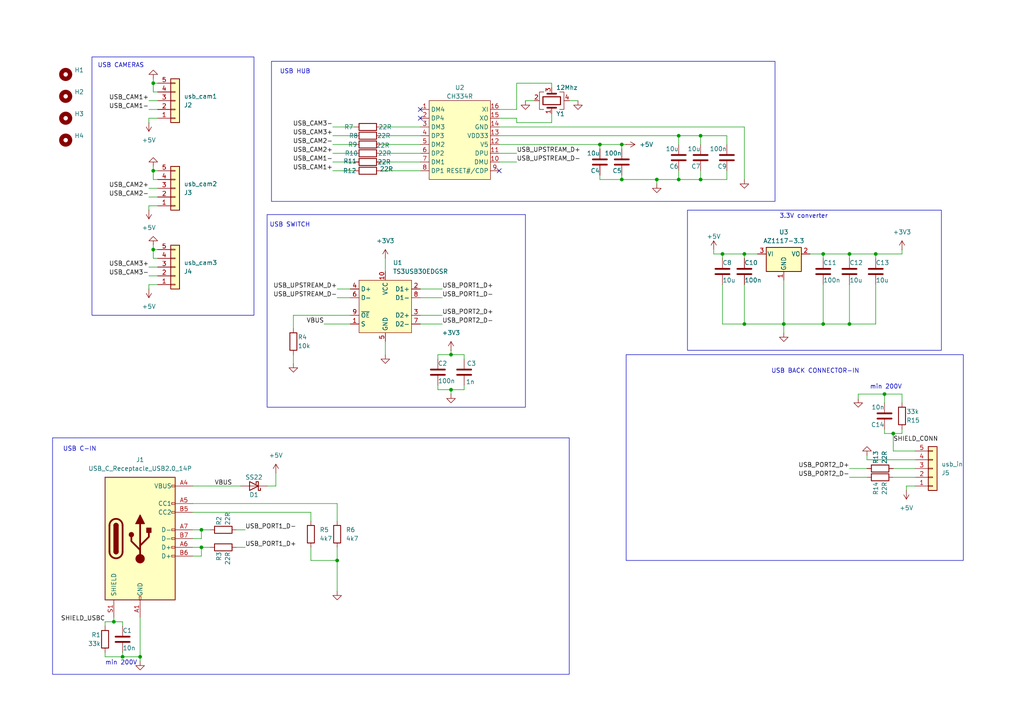
<source format=kicad_sch>
(kicad_sch (version 20231120) (generator "eeschema") (generator_version "8.0")
  (paper "A4")
  (lib_symbols
    (symbol "Connector:USB_C_Receptacle_USB2.0_14P" (pin_names (offset 1.016))
      (property "Reference" "J" (at 0 22.225 0))
      (property "Value" "USB_C_Receptacle_USB2.0_14P" (at 0 19.685 0))
      (symbol "USB_C_Receptacle_USB2.0_14P_0_0"
        (rectangle (start -0.254 -17.78) (end 0.254 -16.764))
        (rectangle (start 10.16 -4.826) (end 9.144 -5.334))
        (rectangle (start 10.16 -2.286) (end 9.144 -2.794))
        (rectangle (start 10.16 0.254) (end 9.144 -0.254))
        (rectangle (start 10.16 2.794) (end 9.144 2.286))
        (rectangle (start 10.16 7.874) (end 9.144 7.366))
        (rectangle (start 10.16 10.414) (end 9.144 9.906))
        (rectangle (start 10.16 15.494) (end 9.144 14.986))
      )
      (symbol "USB_C_Receptacle_USB2.0_14P_0_1"
        (rectangle (start -10.16 17.78) (end 10.16 -17.78) (stroke (width 0.254)) (fill (type background)))
        (arc (start -8.89 -3.81) (mid -6.985 -5.7067) (end -5.08 -3.81) (stroke (width 0.508)))
        (arc (start -7.62 -3.81) (mid -6.985 -4.4423) (end -6.35 -3.81) (stroke (width 0.254)))
        (arc (start -7.62 -3.81) (mid -6.985 -4.4423) (end -6.35 -3.81) (stroke (width 0.254)) (fill (type outline)))
        (rectangle (start -7.62 -3.81) (end -6.35 3.81) (stroke (width 0.254)) (fill (type outline)))
        (arc (start -6.35 3.81) (mid -6.985 4.4423) (end -7.62 3.81) (stroke (width 0.254)))
        (arc (start -6.35 3.81) (mid -6.985 4.4423) (end -7.62 3.81) (stroke (width 0.254)) (fill (type outline)))
        (arc (start -5.08 3.81) (mid -6.985 5.7067) (end -8.89 3.81) (stroke (width 0.508)))
        (circle (center -2.54 1.143) (radius 0.635) (stroke (width 0.254)) (fill (type outline)))
        (circle (center 0 -5.842) (radius 1.27) (fill (type outline)))
        (polyline (pts (xy -8.89 -3.81) (xy -8.89 3.81)) (stroke (width 0.508)))
        (polyline (pts (xy -5.08 3.81) (xy -5.08 -3.81)) (stroke (width 0.508)))
        (polyline (pts (xy 0 -5.842) (xy 0 4.318)) (stroke (width 0.508)))
        (polyline (pts (xy 0 -3.302) (xy -2.54 -0.762) (xy -2.54 0.508)) (stroke (width 0.508)))
        (polyline (pts (xy 0 -2.032) (xy 2.54 0.508) (xy 2.54 1.778)) (stroke (width 0.508)))
        (polyline (pts (xy -1.27 4.318) (xy 0 6.858) (xy 1.27 4.318) (xy -1.27 4.318)) (stroke (width 0.254)) (fill (type outline)))
        (rectangle (start 1.905 1.778) (end 3.175 3.048) (stroke (width 0.254)) (fill (type outline)))
      )
      (symbol "USB_C_Receptacle_USB2.0_14P_1_1"
        (pin passive line (at 0 -22.86 90) (length 5.08) (name "GND") (number "A1"))
        (pin passive line (at 0 -22.86 90) (length 5.08) hide (name "GND") (number "A12"))
        (pin passive line (at 15.24 15.24 180) (length 5.08) (name "VBUS") (number "A4"))
        (pin bidirectional line (at 15.24 10.16 180) (length 5.08) (name "CC1") (number "A5"))
        (pin bidirectional line (at 15.24 -2.54 180) (length 5.08) (name "D+") (number "A6"))
        (pin bidirectional line (at 15.24 2.54 180) (length 5.08) (name "D-") (number "A7"))
        (pin passive line (at 15.24 15.24 180) (length 5.08) hide (name "VBUS") (number "A9"))
        (pin passive line (at 0 -22.86 90) (length 5.08) hide (name "GND") (number "B1"))
        (pin passive line (at 0 -22.86 90) (length 5.08) hide (name "GND") (number "B12"))
        (pin passive line (at 15.24 15.24 180) (length 5.08) hide (name "VBUS") (number "B4"))
        (pin bidirectional line (at 15.24 7.62 180) (length 5.08) (name "CC2") (number "B5"))
        (pin bidirectional line (at 15.24 -5.08 180) (length 5.08) (name "D+") (number "B6"))
        (pin bidirectional line (at 15.24 0 180) (length 5.08) (name "D-") (number "B7"))
        (pin passive line (at 15.24 15.24 180) (length 5.08) hide (name "VBUS") (number "B9"))
        (pin passive line (at -7.62 -22.86 90) (length 5.08) (name "SHIELD") (number "S1"))
      )
    )
    (symbol "Connector_Generic:Conn_01x05" (pin_names (offset 1.016) hide)
      (property "Reference" "J" (at 0 7.62 0))
      (property "Value" "Conn_01x05" (at 0 -7.62 0))
      (symbol "Conn_01x05_1_1"
        (rectangle (start -1.27 -4.953) (end 0 -5.207) (stroke (width 0.1524)))
        (rectangle (start -1.27 -2.413) (end 0 -2.667) (stroke (width 0.1524)))
        (rectangle (start -1.27 0.127) (end 0 -0.127) (stroke (width 0.1524)))
        (rectangle (start -1.27 2.667) (end 0 2.413) (stroke (width 0.1524)))
        (rectangle (start -1.27 5.207) (end 0 4.953) (stroke (width 0.1524)))
        (rectangle (start -1.27 6.35) (end 1.27 -6.35) (stroke (width 0.254)) (fill (type background)))
        (pin passive line (at -5.08 5.08 0) (length 3.81) (name "Pin_1") (number "1"))
        (pin passive line (at -5.08 2.54 0) (length 3.81) (name "Pin_2") (number "2"))
        (pin passive line (at -5.08 0 0) (length 3.81) (name "Pin_3") (number "3"))
        (pin passive line (at -5.08 -2.54 0) (length 3.81) (name "Pin_4") (number "4"))
        (pin passive line (at -5.08 -5.08 0) (length 3.81) (name "Pin_5") (number "5"))
      )
    )
    (symbol "Device:C" (pin_numbers hide) (pin_names (offset 0.254))
      (property "Reference" "C" (at 0.635 2.54 0))
      (property "Value" "C" (at 0.635 -2.54 0))
      (symbol "C_0_1"
        (polyline (pts (xy -2.032 -0.762) (xy 2.032 -0.762)) (stroke (width 0.508)))
        (polyline (pts (xy -2.032 0.762) (xy 2.032 0.762)) (stroke (width 0.508)))
      )
      (symbol "C_1_1"
        (pin passive line (at 0 3.81 270) (length 2.794) (name "~") (number "1"))
        (pin passive line (at 0 -3.81 90) (length 2.794) (name "~") (number "2"))
      )
    )
    (symbol "Device:Crystal_GND24" (pin_names (offset 1.016) hide)
      (property "Reference" "Y" (at 3.175 5.08 0))
      (property "Value" "Crystal_GND24" (at 3.175 3.175 0))
      (symbol "Crystal_GND24_0_1"
        (rectangle (start -1.143 2.54) (end 1.143 -2.54) (stroke (width 0.3048)))
        (polyline (pts (xy -2.54 0) (xy -2.032 0)))
        (polyline (pts (xy -2.032 -1.27) (xy -2.032 1.27)) (stroke (width 0.508)))
        (polyline (pts (xy 0 -3.81) (xy 0 -3.556)))
        (polyline (pts (xy 0 3.556) (xy 0 3.81)))
        (polyline (pts (xy 2.032 -1.27) (xy 2.032 1.27)) (stroke (width 0.508)))
        (polyline (pts (xy 2.032 0) (xy 2.54 0)))
        (polyline (pts (xy -2.54 -2.286) (xy -2.54 -3.556) (xy 2.54 -3.556) (xy 2.54 -2.286)))
        (polyline (pts (xy -2.54 2.286) (xy -2.54 3.556) (xy 2.54 3.556) (xy 2.54 2.286)))
      )
      (symbol "Crystal_GND24_1_1"
        (pin passive line (at -3.81 0 0) (length 1.27) (name "1") (number "1"))
        (pin passive line (at 0 5.08 270) (length 1.27) (name "2") (number "2"))
        (pin passive line (at 3.81 0 180) (length 1.27) (name "3") (number "3"))
        (pin passive line (at 0 -5.08 90) (length 1.27) (name "4") (number "4"))
      )
    )
    (symbol "Device:D_Schottky" (pin_numbers hide) (pin_names (offset 1.016) hide)
      (property "Reference" "D" (at 0 2.54 0))
      (property "Value" "D_Schottky" (at 0 -2.54 0))
      (symbol "D_Schottky_0_1"
        (polyline (pts (xy 1.27 0) (xy -1.27 0)))
        (polyline (pts (xy 1.27 1.27) (xy 1.27 -1.27) (xy -1.27 0) (xy 1.27 1.27)) (stroke (width 0.254)))
        (polyline (pts (xy -1.905 0.635) (xy -1.905 1.27) (xy -1.27 1.27) (xy -1.27 -1.27) (xy -0.635 -1.27) (xy -0.635 -0.635)) (stroke (width 0.254)))
      )
      (symbol "D_Schottky_1_1"
        (pin passive line (at -3.81 0 0) (length 2.54) (name "K") (number "1"))
        (pin passive line (at 3.81 0 180) (length 2.54) (name "A") (number "2"))
      )
    )
    (symbol "Device:R" (pin_numbers hide) (pin_names (offset 0))
      (property "Reference" "R" (at 2.032 0 90))
      (property "Value" "R" (at 0 0 90))
      (symbol "R_0_1"
        (rectangle (start -1.016 -2.54) (end 1.016 2.54) (stroke (width 0.254)))
      )
      (symbol "R_1_1"
        (pin passive line (at 0 3.81 270) (length 1.27) (name "~") (number "1"))
        (pin passive line (at 0 -3.81 90) (length 1.27) (name "~") (number "2"))
      )
    )
    (symbol "Interface_USB:TS3USB30EDGSR"
      (property "Reference" "U" (at -6.35 8.89 0))
      (property "Value" "TS3USB30EDGSR" (at 8.89 8.89 0))
      (symbol "TS3USB30EDGSR_1_1"
        (rectangle (start -7.62 7.62) (end 7.62 -7.62) (fill (type background)))
        (pin input line (at -10.16 -5.08 0) (length 2.54) (name "S") (number "1"))
        (pin power_in line (at 0 10.16 270) (length 2.54) (name "VCC") (number "10"))
        (pin bidirectional line (at 10.16 5.08 180) (length 2.54) (name "D1+") (number "2"))
        (pin bidirectional line (at 10.16 -2.54 180) (length 2.54) (name "D2+") (number "3"))
        (pin bidirectional line (at -10.16 5.08 0) (length 2.54) (name "D+") (number "4"))
        (pin power_in line (at 0 -10.16 90) (length 2.54) (name "GND") (number "5"))
        (pin bidirectional line (at -10.16 2.54 0) (length 2.54) (name "D-") (number "6"))
        (pin bidirectional line (at 10.16 -5.08 180) (length 2.54) (name "D2-") (number "7"))
        (pin bidirectional line (at 10.16 2.54 180) (length 2.54) (name "D1-") (number "8"))
        (pin input line (at -10.16 -2.54 0) (length 2.54) (name "~{OE}") (number "9"))
      )
    )
    (symbol "Mechanical:MountingHole" (pin_names (offset 1.016)) (exclude_from_sim yes) (in_bom no)
      (property "Reference" "H" (at 0 5.08 0))
      (property "Value" "MountingHole" (at 0 3.175 0))
      (symbol "MountingHole_0_1"
        (circle (center 0 0) (radius 1.27) (stroke (width 1.27)))
      )
    )
    (symbol "Regulator_Linear:AMS1117-3.3" (pin_names (offset 0.254))
      (property "Reference" "U" (at -3.81 3.175 0))
      (property "Value" "AMS1117-3.3" (at 0 3.175 0))
      (symbol "AMS1117-3.3_0_1"
        (rectangle (start -5.08 -5.08) (end 5.08 1.905) (stroke (width 0.254)) (fill (type background)))
      )
      (symbol "AMS1117-3.3_1_1"
        (pin power_in line (at 0 -7.62 90) (length 2.54) (name "GND") (number "1"))
        (pin power_out line (at 7.62 0 180) (length 2.54) (name "VO") (number "2"))
        (pin power_in line (at -7.62 0 0) (length 2.54) (name "VI") (number "3"))
      )
    )
    (symbol "WCH_USB:CH334R"
      (property "Reference" "U" (at 0 3.81 0))
      (property "Value" "CH334R" (at 0 1.27 0))
      (symbol "CH334R_0_1"
        (rectangle (start -8.89 0) (end 8.89 -22.86) (stroke (width 0.1524)) (fill (type background)))
      )
      (symbol "CH334R_1_1"
        (pin bidirectional line (at -11.43 -2.54 0) (length 2.54) (name "DM4") (number "1"))
        (pin bidirectional line (at 11.43 -17.78 180) (length 2.54) (name "DMU") (number "10"))
        (pin bidirectional line (at 11.43 -15.24 180) (length 2.54) (name "DPU") (number "11"))
        (pin power_in line (at 11.43 -12.7 180) (length 2.54) (name "V5") (number "12"))
        (pin power_out line (at 11.43 -10.16 180) (length 2.54) (name "VDD33") (number "13"))
        (pin power_in line (at 11.43 -7.62 180) (length 2.54) (name "GND") (number "14"))
        (pin bidirectional line (at 11.43 -5.08 180) (length 2.54) (name "XO") (number "15"))
        (pin bidirectional line (at 11.43 -2.54 180) (length 2.54) (name "XI") (number "16"))
        (pin bidirectional line (at -11.43 -5.08 0) (length 2.54) (name "DP4") (number "2"))
        (pin bidirectional line (at -11.43 -7.62 0) (length 2.54) (name "DM3") (number "3"))
        (pin bidirectional line (at -11.43 -10.16 0) (length 2.54) (name "DP3") (number "4"))
        (pin bidirectional line (at -11.43 -12.7 0) (length 2.54) (name "DM2") (number "5"))
        (pin bidirectional line (at -11.43 -15.24 0) (length 2.54) (name "DP2") (number "6"))
        (pin bidirectional line (at -11.43 -17.78 0) (length 2.54) (name "DM1") (number "7"))
        (pin bidirectional line (at -11.43 -20.32 0) (length 2.54) (name "DP1") (number "8"))
        (pin bidirectional line (at 11.43 -20.32 180) (length 2.54) (name "RESET#/CDP") (number "9"))
      )
    )
    (symbol "power:+3V3" (power) (pin_numbers hide) (pin_names (offset 0) hide)
      (property "Value" "+3V3" (at 0 3.556 0))
      (symbol "+3V3_0_1"
        (polyline (pts (xy -0.762 1.27) (xy 0 2.54)))
        (polyline (pts (xy 0 0) (xy 0 2.54)))
        (polyline (pts (xy 0 2.54) (xy 0.762 1.27)))
      )
      (symbol "+3V3_1_1"
        (pin power_in line (at 0 0 90) (length 0) (name "~") (number "1"))
      )
    )
    (symbol "power:+5V" (power) (pin_numbers hide) (pin_names (offset 0) hide)
      (property "Value" "+5V" (at 0 3.556 0))
      (symbol "+5V_0_1"
        (polyline (pts (xy -0.762 1.27) (xy 0 2.54)))
        (polyline (pts (xy 0 0) (xy 0 2.54)))
        (polyline (pts (xy 0 2.54) (xy 0.762 1.27)))
      )
      (symbol "+5V_1_1"
        (pin power_in line (at 0 0 90) (length 0) (name "~") (number "1"))
      )
    )
    (symbol "power:GND" (power) (pin_names (offset 0))
      (property "Value" "GND" (at 0 -3.81 0))
      (symbol "GND_0_1"
        (polyline (pts (xy 0 0) (xy 0 -1.27) (xy 1.27 -1.27) (xy 0 -2.54) (xy -1.27 -1.27) (xy 0 -1.27)))
      )
      (symbol "GND_1_1"
        (pin power_in line (at 0 0 270) (length 0) hide (name "GND") (number "1"))
      )
    )
  )
  (junction (at 215.9 73.66))
  (junction (at 209.55 73.66))
  (junction (at 256.54 114.3))
  (junction (at 238.76 73.66))
  (junction (at 203.2 52.07))
  (junction (at 227.33 93.98))
  (junction (at 33.02 180.34))
  (junction (at 58.42 153.67))
  (junction (at 246.38 93.98))
  (junction (at 180.34 52.07))
  (junction (at 40.64 190.5))
  (junction (at 35.56 190.5))
  (junction (at 259.08 125.73))
  (junction (at 203.2 39.37))
  (junction (at 190.5 52.07))
  (junction (at 44.45 24.13))
  (junction (at 173.99 41.91))
  (junction (at 238.76 93.98))
  (junction (at 196.85 52.07))
  (junction (at 130.81 102.87))
  (junction (at 97.79 162.56))
  (junction (at 215.9 93.98))
  (junction (at 44.45 72.39))
  (junction (at 44.45 49.53))
  (junction (at 246.38 73.66))
  (junction (at 130.81 113.03))
  (junction (at 180.34 41.91))
  (junction (at 196.85 39.37))
  (junction (at 254 73.66))
  (junction (at 58.42 158.75))
  (no_connect (at 121.92 34.29))
  (no_connect (at 144.78 49.53))
  (no_connect (at 121.92 31.75))
  (wire (pts (xy 55.88 148.59) (xy 90.17 148.59)))
  (wire (pts (xy 210.82 52.07) (xy 203.2 52.07)))
  (wire (pts (xy 209.55 73.66) (xy 215.9 73.66)))
  (wire (pts (xy 43.18 34.29) (xy 45.72 34.29)))
  (wire (pts (xy 44.45 48.26) (xy 44.45 49.53)))
  (wire (pts (xy 238.76 73.66) (xy 246.38 73.66)))
  (wire (pts (xy 43.18 60.96) (xy 43.18 59.69)))
  (wire (pts (xy 45.72 74.93) (xy 44.45 74.93)))
  (wire (pts (xy 173.99 43.18) (xy 173.99 41.91)))
  (wire (pts (xy 215.9 93.98) (xy 209.55 93.98)))
  (wire (pts (xy 210.82 41.91) (xy 210.82 39.37)))
  (wire (pts (xy 180.34 50.8) (xy 180.34 52.07)))
  (wire (pts (xy 261.62 73.66) (xy 261.62 72.39)))
  (wire (pts (xy 127 102.87) (xy 127 104.14)))
  (wire (pts (xy 97.79 162.56) (xy 97.79 171.45)))
  (wire (pts (xy 256.54 114.3) (xy 248.92 114.3)))
  (wire (pts (xy 227.33 93.98) (xy 238.76 93.98)))
  (wire (pts (xy 246.38 138.43) (xy 251.46 138.43)))
  (wire (pts (xy 130.81 113.03) (xy 130.81 114.3)))
  (wire (pts (xy 149.86 35.56) (xy 149.86 34.29)))
  (wire (pts (xy 238.76 93.98) (xy 246.38 93.98)))
  (wire (pts (xy 246.38 135.89) (xy 251.46 135.89)))
  (wire (pts (xy 44.45 22.86) (xy 44.45 24.13)))
  (wire (pts (xy 149.86 24.13) (xy 160.02 24.13)))
  (wire (pts (xy 96.52 46.99) (xy 102.87 46.99)))
  (wire (pts (xy 246.38 73.66) (xy 246.38 74.93)))
  (wire (pts (xy 160.02 33.02) (xy 160.02 35.56)))
  (wire (pts (xy 203.2 52.07) (xy 196.85 52.07)))
  (wire (pts (xy 96.52 44.45) (xy 102.87 44.45)))
  (wire (pts (xy 209.55 73.66) (xy 209.55 74.93)))
  (wire (pts (xy 33.02 179.07) (xy 33.02 180.34)))
  (wire (pts (xy 196.85 39.37) (xy 196.85 41.91)))
  (wire (pts (xy 180.34 43.18) (xy 180.34 41.91)))
  (wire (pts (xy 58.42 156.21) (xy 58.42 153.67)))
  (wire (pts (xy 160.02 24.13) (xy 160.02 25.4)))
  (wire (pts (xy 180.34 41.91) (xy 181.61 41.91)))
  (wire (pts (xy 96.52 41.91) (xy 102.87 41.91)))
  (wire (pts (xy 165.1 29.21) (xy 167.64 29.21)))
  (wire (pts (xy 97.79 158.75) (xy 97.79 162.56)))
  (wire (pts (xy 130.81 102.87) (xy 130.81 101.6)))
  (wire (pts (xy 251.46 133.35) (xy 265.43 133.35)))
  (wire (pts (xy 33.02 180.34) (xy 30.48 180.34)))
  (wire (pts (xy 43.18 80.01) (xy 45.72 80.01)))
  (wire (pts (xy 173.99 41.91) (xy 180.34 41.91)))
  (wire (pts (xy 215.9 73.66) (xy 215.9 74.93)))
  (wire (pts (xy 43.18 31.75) (xy 45.72 31.75)))
  (wire (pts (xy 93.98 93.98) (xy 101.6 93.98)))
  (wire (pts (xy 43.18 83.82) (xy 43.18 82.55)))
  (wire (pts (xy 58.42 153.67) (xy 60.96 153.67)))
  (wire (pts (xy 45.72 52.07) (xy 44.45 52.07)))
  (wire (pts (xy 259.08 130.81) (xy 265.43 130.81)))
  (wire (pts (xy 149.86 35.56) (xy 160.02 35.56)))
  (wire (pts (xy 246.38 93.98) (xy 254 93.98)))
  (wire (pts (xy 43.18 57.15) (xy 45.72 57.15)))
  (wire (pts (xy 144.78 44.45) (xy 149.86 44.45)))
  (wire (pts (xy 43.18 35.56) (xy 43.18 34.29)))
  (wire (pts (xy 203.2 39.37) (xy 203.2 41.91)))
  (wire (pts (xy 261.62 114.3) (xy 261.62 116.84)))
  (wire (pts (xy 58.42 158.75) (xy 60.96 158.75)))
  (wire (pts (xy 43.18 77.47) (xy 45.72 77.47)))
  (wire (pts (xy 111.76 74.93) (xy 111.76 78.74)))
  (wire (pts (xy 55.88 156.21) (xy 58.42 156.21)))
  (wire (pts (xy 207.01 73.66) (xy 209.55 73.66)))
  (wire (pts (xy 256.54 125.73) (xy 256.54 124.46)))
  (wire (pts (xy 207.01 72.39) (xy 207.01 73.66)))
  (wire (pts (xy 215.9 82.55) (xy 215.9 93.98)))
  (wire (pts (xy 68.58 158.75) (xy 71.12 158.75)))
  (wire (pts (xy 196.85 52.07) (xy 196.85 49.53)))
  (wire (pts (xy 110.49 49.53) (xy 121.92 49.53)))
  (wire (pts (xy 45.72 26.67) (xy 44.45 26.67)))
  (wire (pts (xy 259.08 138.43) (xy 265.43 138.43)))
  (wire (pts (xy 110.49 46.99) (xy 121.92 46.99)))
  (wire (pts (xy 55.88 158.75) (xy 58.42 158.75)))
  (wire (pts (xy 30.48 180.34) (xy 30.48 181.61)))
  (wire (pts (xy 55.88 161.29) (xy 58.42 161.29)))
  (wire (pts (xy 149.86 34.29) (xy 144.78 34.29)))
  (wire (pts (xy 262.89 140.97) (xy 265.43 140.97)))
  (wire (pts (xy 90.17 162.56) (xy 97.79 162.56)))
  (wire (pts (xy 173.99 50.8) (xy 173.99 52.07)))
  (wire (pts (xy 259.08 125.73) (xy 259.08 130.81)))
  (wire (pts (xy 227.33 81.28) (xy 227.33 93.98)))
  (wire (pts (xy 130.81 113.03) (xy 134.62 113.03)))
  (wire (pts (xy 227.33 96.52) (xy 227.33 93.98)))
  (wire (pts (xy 238.76 73.66) (xy 238.76 74.93)))
  (wire (pts (xy 77.47 140.97) (xy 80.01 140.97)))
  (wire (pts (xy 254 73.66) (xy 261.62 73.66)))
  (wire (pts (xy 215.9 52.07) (xy 215.9 36.83)))
  (wire (pts (xy 246.38 73.66) (xy 254 73.66)))
  (wire (pts (xy 190.5 52.07) (xy 190.5 53.34)))
  (wire (pts (xy 259.08 125.73) (xy 256.54 125.73)))
  (wire (pts (xy 110.49 41.91) (xy 121.92 41.91)))
  (wire (pts (xy 144.78 39.37) (xy 196.85 39.37)))
  (wire (pts (xy 121.92 86.36) (xy 128.27 86.36)))
  (wire (pts (xy 134.62 113.03) (xy 134.62 111.76)))
  (wire (pts (xy 44.45 72.39) (xy 44.45 74.93)))
  (wire (pts (xy 44.45 24.13) (xy 45.72 24.13)))
  (wire (pts (xy 90.17 148.59) (xy 90.17 151.13)))
  (wire (pts (xy 254 74.93) (xy 254 73.66)))
  (wire (pts (xy 121.92 93.98) (xy 128.27 93.98)))
  (wire (pts (xy 144.78 46.99) (xy 149.86 46.99)))
  (wire (pts (xy 110.49 39.37) (xy 121.92 39.37)))
  (wire (pts (xy 43.18 59.69) (xy 45.72 59.69)))
  (wire (pts (xy 43.18 54.61) (xy 45.72 54.61)))
  (wire (pts (xy 90.17 158.75) (xy 90.17 162.56)))
  (wire (pts (xy 111.76 99.06) (xy 111.76 102.87)))
  (wire (pts (xy 44.45 71.12) (xy 44.45 72.39)))
  (wire (pts (xy 43.18 82.55) (xy 45.72 82.55)))
  (wire (pts (xy 215.9 73.66) (xy 219.71 73.66)))
  (wire (pts (xy 261.62 114.3) (xy 256.54 114.3)))
  (wire (pts (xy 134.62 102.87) (xy 130.81 102.87)))
  (wire (pts (xy 85.09 91.44) (xy 101.6 91.44)))
  (wire (pts (xy 40.64 179.07) (xy 40.64 190.5)))
  (wire (pts (xy 259.08 135.89) (xy 265.43 135.89)))
  (wire (pts (xy 97.79 146.05) (xy 55.88 146.05)))
  (wire (pts (xy 152.4 29.21) (xy 154.94 29.21)))
  (wire (pts (xy 251.46 132.08) (xy 251.46 133.35)))
  (wire (pts (xy 44.45 49.53) (xy 44.45 52.07)))
  (wire (pts (xy 259.08 125.73) (xy 261.62 125.73)))
  (wire (pts (xy 44.45 49.53) (xy 45.72 49.53)))
  (wire (pts (xy 96.52 36.83) (xy 102.87 36.83)))
  (wire (pts (xy 234.95 73.66) (xy 238.76 73.66)))
  (wire (pts (xy 121.92 83.82) (xy 128.27 83.82)))
  (wire (pts (xy 97.79 86.36) (xy 101.6 86.36)))
  (wire (pts (xy 97.79 151.13) (xy 97.79 146.05)))
  (wire (pts (xy 110.49 44.45) (xy 121.92 44.45)))
  (wire (pts (xy 110.49 36.83) (xy 121.92 36.83)))
  (wire (pts (xy 130.81 102.87) (xy 127 102.87)))
  (wire (pts (xy 261.62 125.73) (xy 261.62 124.46)))
  (wire (pts (xy 149.86 24.13) (xy 149.86 31.75)))
  (wire (pts (xy 58.42 161.29) (xy 58.42 158.75)))
  (wire (pts (xy 190.5 52.07) (xy 180.34 52.07)))
  (wire (pts (xy 215.9 36.83) (xy 144.78 36.83)))
  (wire (pts (xy 127 113.03) (xy 130.81 113.03)))
  (wire (pts (xy 134.62 102.87) (xy 134.62 104.14)))
  (wire (pts (xy 121.92 91.44) (xy 128.27 91.44)))
  (wire (pts (xy 40.64 190.5) (xy 40.64 191.77)))
  (wire (pts (xy 248.92 114.3) (xy 248.92 115.57)))
  (wire (pts (xy 30.48 189.23) (xy 30.48 190.5)))
  (wire (pts (xy 80.01 137.16) (xy 80.01 140.97)))
  (wire (pts (xy 238.76 82.55) (xy 238.76 93.98)))
  (wire (pts (xy 96.52 39.37) (xy 102.87 39.37)))
  (wire (pts (xy 55.88 140.97) (xy 69.85 140.97)))
  (wire (pts (xy 96.52 49.53) (xy 102.87 49.53)))
  (wire (pts (xy 68.58 153.67) (xy 71.12 153.67)))
  (wire (pts (xy 35.56 180.34) (xy 35.56 181.61)))
  (wire (pts (xy 262.89 142.24) (xy 262.89 140.97)))
  (wire (pts (xy 203.2 39.37) (xy 210.82 39.37)))
  (wire (pts (xy 173.99 52.07) (xy 180.34 52.07)))
  (wire (pts (xy 97.79 83.82) (xy 101.6 83.82)))
  (wire (pts (xy 196.85 39.37) (xy 203.2 39.37)))
  (wire (pts (xy 33.02 180.34) (xy 35.56 180.34)))
  (wire (pts (xy 127 111.76) (xy 127 113.03)))
  (wire (pts (xy 44.45 72.39) (xy 45.72 72.39)))
  (wire (pts (xy 35.56 190.5) (xy 35.56 189.23)))
  (wire (pts (xy 256.54 114.3) (xy 256.54 116.84)))
  (wire (pts (xy 44.45 24.13) (xy 44.45 26.67)))
  (wire (pts (xy 43.18 29.21) (xy 45.72 29.21)))
  (wire (pts (xy 203.2 49.53) (xy 203.2 52.07)))
  (wire (pts (xy 55.88 153.67) (xy 58.42 153.67)))
  (wire (pts (xy 85.09 95.25) (xy 85.09 91.44)))
  (wire (pts (xy 215.9 93.98) (xy 227.33 93.98)))
  (wire (pts (xy 144.78 31.75) (xy 149.86 31.75)))
  (wire (pts (xy 144.78 41.91) (xy 173.99 41.91)))
  (wire (pts (xy 210.82 49.53) (xy 210.82 52.07)))
  (wire (pts (xy 85.09 102.87) (xy 85.09 105.41)))
  (wire (pts (xy 254 82.55) (xy 254 93.98)))
  (wire (pts (xy 30.48 190.5) (xy 35.56 190.5)))
  (wire (pts (xy 35.56 190.5) (xy 40.64 190.5)))
  (wire (pts (xy 209.55 82.55) (xy 209.55 93.98)))
  (wire (pts (xy 246.38 82.55) (xy 246.38 93.98)))
  (wire (pts (xy 190.5 52.07) (xy 196.85 52.07)))
  (rectangle (start 15.24 127) (end 165.1 195.58))
  (rectangle (start 26.67 16.51) (end 73.66 91.44))
  (rectangle (start 77.47 62.23) (end 152.4 118.11))
  (rectangle (start 181.61 102.87) (end 279.4 162.56))
  (rectangle (start 199.39 60.96) (end 273.05 101.6))
  (rectangle (start 78.74 17.78) (end 224.79 58.42))
  (text "3.3V converter" (at 226.06 63.5 0) (effects (font (size 1.27 1.27)) (justify left bottom)))
  (text "USB CAMERAS\n" (at 35.052 19.05 0) (effects (font (size 1.27 1.27))))
  (text "USB BACK CONNECTOR-IN" (at 236.474 107.696 0) (effects (font (size 1.27 1.27))))
  (text "min 200V" (at 30.48 193.04 0) (effects (font (size 1.27 1.27)) (justify left bottom)))
  (text "USB C-IN" (at 23.114 130.302 0) (effects (font (size 1.27 1.27))))
  (text "USB SWITCH" (at 84.074 65.278 0) (effects (font (size 1.27 1.27))))
  (text "USB HUB\n" (at 85.598 20.828 0) (effects (font (size 1.27 1.27))))
  (text "min 200V" (at 261.62 113.03 0) (effects (font (size 1.27 1.27)) (justify right bottom)))
  (label "USB_PORT2_D-" (at 128.27 93.98 0))
  (label "USB_UPSTREAM_D-" (at 97.79 86.36 180))
  (label "USB_CAM3+" (at 96.52 39.37 180))
  (label "USB_UPSTREAM_D-" (at 149.86 46.99 0))
  (label "USB_CAM2-" (at 96.52 41.91 180))
  (label "USB_PORT1_D+" (at 71.12 158.75 0))
  (label "USB_CAM2+" (at 96.52 44.45 180))
  (label "USB_PORT1_D+" (at 128.27 83.82 0))
  (label "USB_CAM1-" (at 43.18 31.75 180))
  (label "USB_CAM1-" (at 96.52 46.99 180))
  (label "VBUS" (at 93.98 93.98 180))
  (label "USB_CAM3-" (at 43.18 80.01 180))
  (label "USB_CAM2-" (at 43.18 57.15 180))
  (label "USB_UPSTREAM_D+" (at 149.86 44.45 0))
  (label "USB_PORT2_D+" (at 128.27 91.44 0))
  (label "USB_PORT1_D-" (at 128.27 86.36 0))
  (label "USB_CAM3-" (at 96.52 36.83 180))
  (label "USB_UPSTREAM_D+" (at 97.79 83.82 180))
  (label "USB_PORT2_D+" (at 246.38 135.89 180))
  (label "USB_PORT2_D-" (at 246.38 138.43 180))
  (label "USB_PORT1_D-" (at 71.12 153.67 0))
  (label "SHIELD_CONN" (at 259.08 128.27 0))
  (label "USB_CAM1+" (at 96.52 49.53 180))
  (label "USB_CAM1+" (at 43.18 29.21 180))
  (label "VBUS" (at 62.23 140.97 0))
  (label "USB_CAM2+" (at 43.18 54.61 180))
  (label "USB_CAM3+" (at 43.18 77.47 180))
  (label "SHIELD_USBC" (at 30.48 180.34 180))
  (symbol (lib_id "Mechanical:MountingHole") (at 19.05 21.59 0) (unit 1) (exclude_from_sim yes) (in_bom no)
    (property "Reference" "H1" (at 21.59 20.3199 0) (effects (justify left)))
    (property "Value" "MountingHole" (effects (hide yes)))
    (property "Footprint" "MountingHole:MountingHole_3.2mm_M3_DIN965_Pad" (effects (hide yes)))
    (property "Description" "Mounting Hole without connection" (effects (hide yes)))
  )
  (symbol (lib_id "Device:C") (at 173.99 46.99 180) (unit 1)
    (property "Reference" "C4" (at 173.99 49.53 0) (effects (justify left)))
    (property "Value" "10u" (at 173.99 44.45 0) (effects (justify left)))
    (property "Footprint" "Capacitor_SMD:C_0805_2012Metric" (effects (hide yes)))
  )
  (symbol (lib_id "power:+3V3") (at 130.81 101.6 0) (unit 1)
    (property "Reference" "#PWR013" (effects (hide yes)))
    (property "Value" "+3V3" (at 130.81 96.52 0))
    (property "Description" "Power symbol creates a global label with name \"+3V3\"" (effects (hide yes)))
  )
  (symbol (lib_id "power:GND") (at 167.64 29.21 0) (unit 1)
    (property "Reference" "#PWR016" (effects (hide yes)))
    (property "Value" "GND" (effects (hide yes)))
  )
  (symbol (lib_id "power:GND") (at 44.45 22.86 0) (mirror x) (unit 1)
    (property "Reference" "#PWR05" (effects (hide yes)))
    (property "Value" "GND" (effects (hide yes)))
  )
  (symbol (lib_id "Device:R") (at 64.77 153.67 90) (unit 1)
    (property "Reference" "R2" (at 63.5 152.4 0) (effects (justify left)))
    (property "Value" "22R" (at 66.04 152.4 0) (effects (justify left)))
    (property "Footprint" "Resistor_SMD:R_0402_1005Metric" (effects (hide yes)))
  )
  (symbol (lib_id "Connector_Generic:Conn_01x05") (at 270.51 135.89 0) (mirror x) (unit 1)
    (property "Reference" "J5" (at 273.05 137.1601 0) (effects (justify left)))
    (property "Value" "usb_in" (at 273.05 134.6201 0) (effects (justify left)))
    (property "Footprint" "Connector_JST:JST_SH_BM05B-SRSS-TB_1x05-1MP_P1.00mm_Vertical" (effects (hide yes)))
    (property "Description" "Generic connector, single row, 01x05, script generated (kicad-library-utils/schlib/autogen/connector/)" (effects (hide yes)))
  )
  (symbol (lib_id "power:+5V") (at 207.01 72.39 0) (unit 1)
    (property "Reference" "#PWR019" (effects (hide yes)))
    (property "Value" "+5V" (at 207.01 68.58 0))
  )
  (symbol (lib_id "Device:R") (at 85.09 99.06 180) (unit 1)
    (property "Reference" "R4" (at 86.36 97.79 0) (effects (justify right)))
    (property "Value" "10k" (at 86.36 100.33 0) (effects (justify right)))
    (property "Footprint" "Resistor_SMD:R_0402_1005Metric" (effects (hide yes)))
  )
  (symbol (lib_id "Device:C") (at 256.54 120.65 180) (unit 1)
    (property "Reference" "C14" (at 256.54 123.19 0) (effects (justify left)))
    (property "Value" "10n" (at 256.54 118.11 0) (effects (justify left)))
    (property "Footprint" "Capacitor_SMD:C_0805_2012Metric" (effects (hide yes)))
  )
  (symbol (lib_id "Device:C") (at 196.85 45.72 180) (unit 1)
    (property "Reference" "C6" (at 196.85 48.26 0) (effects (justify left)))
    (property "Value" "10u" (at 196.85 43.18 0) (effects (justify left)))
    (property "Footprint" "Capacitor_SMD:C_0805_2012Metric" (effects (hide yes)))
  )
  (symbol (lib_id "power:+5V") (at 262.89 142.24 0) (mirror x) (unit 1)
    (property "Reference" "#PWR025" (effects (hide yes)))
    (property "Value" "+5V" (at 262.89 147.32 0))
    (property "Description" "Power symbol creates a global label with name \"+5V\"" (effects (hide yes)))
  )
  (symbol (lib_id "Device:R") (at 64.77 158.75 90) (mirror x) (unit 1)
    (property "Reference" "R3" (at 63.5 160.02 0) (effects (justify left)))
    (property "Value" "22R" (at 66.04 160.02 0) (effects (justify left)))
    (property "Footprint" "Resistor_SMD:R_0402_1005Metric" (effects (hide yes)))
  )
  (symbol (lib_id "power:+5V") (at 181.61 41.91 270) (unit 1)
    (property "Reference" "#PWR017" (effects (hide yes)))
    (property "Value" "+5V" (at 185.42 41.9099 90) (effects (justify left)))
    (property "Description" "Power symbol creates a global label with name \"+5V\"" (effects (hide yes)))
  )
  (symbol (lib_id "power:GND") (at 40.64 191.77 0) (unit 1)
    (property "Reference" "#PWR01" (effects (hide yes)))
    (property "Value" "GND" (effects (hide yes)))
  )
  (symbol (lib_id "power:+3V3") (at 261.62 72.39 0) (unit 1)
    (property "Reference" "#PWR024" (effects (hide yes)))
    (property "Value" "+3V3" (at 261.62 67.31 0))
  )
  (symbol (lib_id "Device:C") (at 238.76 78.74 0) (unit 1)
    (property "Reference" "C11" (at 238.76 76.2 0) (effects (justify left)))
    (property "Value" "100n" (at 238.76 81.28 0) (effects (justify left)))
    (property "Footprint" "Capacitor_SMD:C_0603_1608Metric" (effects (hide yes)))
  )
  (symbol (lib_id "Device:C") (at 180.34 46.99 180) (unit 1)
    (property "Reference" "C5" (at 180.34 49.53 0) (effects (justify left)))
    (property "Value" "100n" (at 180.34 44.45 0) (effects (justify left)))
    (property "Footprint" "Capacitor_SMD:C_0402_1005Metric" (effects (hide yes)))
  )
  (symbol (lib_id "Device:R") (at 30.48 185.42 0) (unit 1)
    (property "Reference" "R1" (at 29.21 184.15 0) (effects (justify right)))
    (property "Value" "33k" (at 29.21 186.69 0) (effects (justify right)))
    (property "Footprint" "Resistor_SMD:R_0603_1608Metric" (effects (hide yes)))
  )
  (symbol (lib_id "Device:R") (at 255.27 138.43 90) (mirror x) (unit 1)
    (property "Reference" "R14" (at 254 139.7 0) (effects (justify left)))
    (property "Value" "22R" (at 256.54 139.7 0) (effects (justify left)))
    (property "Footprint" "Resistor_SMD:R_0402_1005Metric" (effects (hide yes)))
  )
  (symbol (lib_id "Device:R") (at 255.27 135.89 90) (unit 1)
    (property "Reference" "R13" (at 254 134.62 0) (effects (justify left)))
    (property "Value" "22R" (at 256.54 134.62 0) (effects (justify left)))
    (property "Footprint" "Resistor_SMD:R_0402_1005Metric" (effects (hide yes)))
  )
  (symbol (lib_id "power:+3V3") (at 111.76 74.93 0) (unit 1)
    (property "Reference" "#PWR011" (effects (hide yes)))
    (property "Value" "+3V3" (at 111.76 69.85 0))
    (property "Description" "Power symbol creates a global label with name \"+3V3\"" (effects (hide yes)))
  )
  (symbol (lib_id "power:GND") (at 248.92 115.57 0) (unit 1)
    (property "Reference" "#PWR022" (effects (hide yes)))
    (property "Value" "GND" (effects (hide yes)))
  )
  (symbol (lib_id "power:GND") (at 97.79 171.45 0) (unit 1)
    (property "Reference" "#PWR010" (effects (hide yes)))
    (property "Value" "GND" (effects (hide yes)))
  )
  (symbol (lib_id "Connector:USB_C_Receptacle_USB2.0_14P") (at 40.64 156.21 0) (unit 1)
    (property "Reference" "J1" (at 40.64 133.35 0))
    (property "Value" "USB_C_Receptacle_USB2.0_14P" (at 40.64 135.89 0))
    (property "Footprint" "Connector_USB:USB_C_Receptacle_G-Switch_GT-USB-7010ASV" (effects (hide yes)))
    (property "Datasheet" "https://www.usb.org/sites/default/files/documents/usb_type-c.zip" (effects (hide yes)))
    (property "Description" "USB 2.0-only 14P Type-C Receptacle connector" (effects (hide yes)))
  )
  (symbol (lib_id "Device:R") (at 106.68 39.37 90) (unit 1)
    (property "Reference" "R8" (at 103.886 39.37 90) (effects (justify left)))
    (property "Value" "22R" (at 113.284 39.37 90) (effects (justify left)))
    (property "Footprint" "Resistor_SMD:R_0402_1005Metric" (effects (hide yes)))
  )
  (symbol (lib_id "Device:R") (at 106.68 36.83 270) (mirror x) (unit 1)
    (property "Reference" "R7" (at 99.822 36.83 90) (effects (justify left)))
    (property "Value" "22R" (at 109.728 36.83 90) (effects (justify left)))
    (property "Footprint" "Resistor_SMD:R_0402_1005Metric" (effects (hide yes)))
  )
  (symbol (lib_id "Device:R") (at 90.17 154.94 0) (unit 1)
    (property "Reference" "R5" (at 92.71 153.6699 0) (effects (justify left)))
    (property "Value" "4k7" (at 92.71 156.2099 0) (effects (justify left)))
    (property "Footprint" "Resistor_SMD:R_0402_1005Metric" (effects (hide yes)))
    (property "Description" "Resistor" (effects (hide yes)))
  )
  (symbol (lib_id "power:+5V") (at 80.01 137.16 0) (mirror y) (unit 1)
    (property "Reference" "#PWR08" (effects (hide yes)))
    (property "Value" "+5V" (at 80.01 132.08 0))
    (property "Description" "Power symbol creates a global label with name \"+5V\"" (effects (hide yes)))
  )
  (symbol (lib_id "Device:C") (at 127 107.95 0) (unit 1)
    (property "Reference" "C2" (at 127 105.41 0) (effects (justify left)))
    (property "Value" "100n" (at 127 110.49 0) (effects (justify left)))
    (property "Footprint" "Capacitor_SMD:C_0402_1005Metric" (effects (hide yes)))
  )
  (symbol (lib_id "power:GND") (at 44.45 71.12 0) (mirror x) (unit 1)
    (property "Reference" "#PWR07" (effects (hide yes)))
    (property "Value" "GND" (effects (hide yes)))
  )
  (symbol (lib_id "Device:R") (at 106.68 49.53 90) (unit 1)
    (property "Reference" "R12" (at 103.378 49.53 90) (effects (justify left)))
    (property "Value" "22R" (at 114.046 49.022 90) (effects (justify left)))
    (property "Footprint" "Resistor_SMD:R_0402_1005Metric" (effects (hide yes)))
  )
  (symbol (lib_id "Device:C") (at 215.9 78.74 0) (unit 1)
    (property "Reference" "C10" (at 215.9 76.2 0) (effects (justify left)))
    (property "Value" "100n" (at 215.9 81.28 0) (effects (justify left)))
    (property "Footprint" "Capacitor_SMD:C_0603_1608Metric" (effects (hide yes)))
  )
  (symbol (lib_id "power:GND") (at 85.09 105.41 0) (unit 1)
    (property "Reference" "#PWR09" (effects (hide yes)))
    (property "Value" "GND" (effects (hide yes)))
  )
  (symbol (lib_id "Device:R") (at 106.68 41.91 90) (unit 1)
    (property "Reference" "R9" (at 103.632 41.91 90) (effects (justify left)))
    (property "Value" "22R" (at 113.03 42.164 90) (effects (justify left)))
    (property "Footprint" "Resistor_SMD:R_0402_1005Metric" (effects (hide yes)))
  )
  (symbol (lib_id "power:GND") (at 215.9 52.07 0) (unit 1)
    (property "Reference" "#PWR020" (effects (hide yes)))
    (property "Value" "GND" (effects (hide yes)))
  )
  (symbol (lib_id "power:GND") (at 44.45 48.26 0) (mirror x) (unit 1)
    (property "Reference" "#PWR06" (effects (hide yes)))
    (property "Value" "GND" (effects (hide yes)))
  )
  (symbol (lib_id "power:+5V") (at 43.18 60.96 0) (mirror x) (unit 1)
    (property "Reference" "#PWR03" (effects (hide yes)))
    (property "Value" "+5V" (at 43.18 66.04 0))
    (property "Description" "Power symbol creates a global label with name \"+5V\"" (effects (hide yes)))
  )
  (symbol (lib_id "power:GND") (at 152.4 29.21 0) (unit 1)
    (property "Reference" "#PWR015" (effects (hide yes)))
    (property "Value" "GND" (effects (hide yes)))
  )
  (symbol (lib_id "Mechanical:MountingHole") (at 19.05 34.29 0) (unit 1) (exclude_from_sim yes) (in_bom no)
    (property "Reference" "H3" (at 21.59 33.0199 0) (effects (justify left)))
    (property "Value" "MountingHole" (effects (hide yes)))
    (property "Footprint" "MountingHole:MountingHole_3.2mm_M3_DIN965_Pad" (effects (hide yes)))
    (property "Description" "Mounting Hole without connection" (effects (hide yes)))
  )
  (symbol (lib_id "WCH_USB:CH334R") (at 133.35 29.21 0) (unit 1)
    (property "Reference" "U2" (at 133.35 25.4 0))
    (property "Value" "CH334R" (at 133.35 27.94 0))
    (property "Footprint" "Package_SO:QSOP-16_3.9x4.9mm_P0.635mm" (effects (hide yes)))
  )
  (symbol (lib_id "power:GND") (at 190.5 53.34 0) (unit 1)
    (property "Reference" "#PWR018" (effects (hide yes)))
    (property "Value" "GND" (effects (hide yes)))
  )
  (symbol (lib_id "Device:C") (at 246.38 78.74 0) (unit 1)
    (property "Reference" "C12" (at 246.38 76.2 0) (effects (justify left)))
    (property "Value" "10u" (at 246.38 81.28 0) (effects (justify left)))
    (property "Footprint" "Capacitor_SMD:C_0805_2012Metric" (effects (hide yes)))
  )
  (symbol (lib_id "Device:C") (at 35.56 185.42 0) (unit 1)
    (property "Reference" "C1" (at 35.56 182.88 0) (effects (justify left)))
    (property "Value" "10n" (at 35.56 187.96 0) (effects (justify left)))
    (property "Footprint" "Capacitor_SMD:C_0805_2012Metric" (effects (hide yes)))
  )
  (symbol (lib_id "Connector_Generic:Conn_01x05") (at 50.8 77.47 0) (mirror x) (unit 1)
    (property "Reference" "J4" (at 53.34 78.7401 0) (effects (justify left)))
    (property "Value" "usb_cam3" (at 53.34 76.2001 0) (effects (justify left)))
    (property "Footprint" "Connector_PinHeader_1.00mm:PinHeader_1x05_P1.00mm_Vertical" (effects (hide yes)))
    (property "Description" "Generic connector, single row, 01x05, script generated (kicad-library-utils/schlib/autogen/connector/)" (effects (hide yes)))
  )
  (symbol (lib_id "Mechanical:MountingHole") (at 19.05 27.94 0) (unit 1) (exclude_from_sim yes) (in_bom no)
    (property "Reference" "H2" (at 21.59 26.6699 0) (effects (justify left)))
    (property "Value" "MountingHole" (effects (hide yes)))
    (property "Footprint" "MountingHole:MountingHole_3.2mm_M3_DIN965_Pad" (effects (hide yes)))
    (property "Description" "Mounting Hole without connection" (effects (hide yes)))
  )
  (symbol (lib_id "power:GND") (at 130.81 114.3 0) (unit 1)
    (property "Reference" "#PWR014" (effects (hide yes)))
    (property "Value" "GND" (effects (hide yes)))
  )
  (symbol (lib_id "power:GND") (at 227.33 96.52 0) (unit 1)
    (property "Reference" "#PWR021" (effects (hide yes)))
    (property "Value" "GND" (effects (hide yes)))
  )
  (symbol (lib_id "Device:C") (at 210.82 45.72 180) (unit 1)
    (property "Reference" "C9" (at 210.82 48.26 0) (effects (justify left)))
    (property "Value" "100n" (at 210.82 43.18 0) (effects (justify left)))
    (property "Footprint" "Capacitor_SMD:C_0402_1005Metric" (effects (hide yes)))
  )
  (symbol (lib_id "power:GND") (at 111.76 102.87 0) (unit 1)
    (property "Reference" "#PWR012" (effects (hide yes)))
    (property "Value" "GND" (effects (hide yes)))
  )
  (symbol (lib_id "Interface_USB:TS3USB30EDGSR") (at 111.76 88.9 0) (unit 1)
    (property "Reference" "U1" (at 113.9541 76.2 0) (effects (justify left)))
    (property "Value" "TS3USB30EDGSR" (at 113.9541 78.74 0) (effects (justify left)))
    (property "Footprint" "Package_SO:VSSOP-10_3x3mm_P0.5mm" (effects (hide yes)))
    (property "Datasheet" "https://www.ti.com/lit/ds/symlink/ts3usb30e.pdf" (effects (hide yes)))
    (property "Description" "ESD-Protected, High-Speed USB 2.0 (480-Mbps) 1:2 Multiplexer/Demultiplexer Switch With Single Enable, VSSOP-10" (effects (hide yes)))
  )
  (symbol (lib_id "Device:Crystal_GND24") (at 160.02 29.21 90) (unit 1)
    (property "Reference" "Y1" (at 161.29 33.02 90) (effects (justify right)))
    (property "Value" "12Mhz" (at 161.29 25.4 90) (effects (justify right)))
    (property "Footprint" "Crystal:Crystal_SMD_3225-4Pin_3.2x2.5mm" (effects (hide yes)))
  )
  (symbol (lib_id "Device:C") (at 203.2 45.72 180) (unit 1)
    (property "Reference" "C7" (at 203.2 48.26 0) (effects (justify left)))
    (property "Value" "10u" (at 203.2 43.18 0) (effects (justify left)))
    (property "Footprint" "Capacitor_SMD:C_0805_2012Metric" (effects (hide yes)))
  )
  (symbol (lib_id "Regulator_Linear:AMS1117-3.3") (at 227.33 73.66 0) (unit 1)
    (property "Reference" "U3" (at 227.33 67.31 0))
    (property "Value" "AZ1117-3.3" (at 227.33 69.85 0))
    (property "Footprint" "Package_TO_SOT_SMD:SOT-223-3_TabPin2" (effects (hide yes)))
    (property "Datasheet" "http://www.advanced-monolithic.com/pdf/ds1117.pdf" (effects (hide yes)))
  )
  (symbol (lib_id "Device:C") (at 254 78.74 0) (unit 1)
    (property "Reference" "C13" (at 254 76.2 0) (effects (justify left)))
    (property "Value" "10u" (at 254 81.28 0) (effects (justify left)))
    (property "Footprint" "Capacitor_SMD:C_0805_2012Metric" (effects (hide yes)))
  )
  (symbol (lib_id "Device:R") (at 97.79 154.94 0) (unit 1)
    (property "Reference" "R6" (at 100.33 153.6699 0) (effects (justify left)))
    (property "Value" "4k7" (at 100.33 156.2099 0) (effects (justify left)))
    (property "Footprint" "Resistor_SMD:R_0402_1005Metric" (effects (hide yes)))
    (property "Description" "Resistor" (effects (hide yes)))
  )
  (symbol (lib_id "Device:R") (at 106.68 46.99 270) (mirror x) (unit 1)
    (property "Reference" "R11" (at 99.568 46.736 90) (effects (justify left)))
    (property "Value" "22R" (at 109.474 46.99 90) (effects (justify left)))
    (property "Footprint" "Resistor_SMD:R_0402_1005Metric" (effects (hide yes)))
  )
  (symbol (lib_id "Connector_Generic:Conn_01x05") (at 50.8 29.21 0) (mirror x) (unit 1)
    (property "Reference" "J2" (at 53.34 30.4801 0) (effects (justify left)))
    (property "Value" "usb_cam1" (at 53.34 27.9401 0) (effects (justify left)))
    (property "Footprint" "Connector_PinHeader_1.00mm:PinHeader_1x05_P1.00mm_Vertical" (effects (hide yes)))
    (property "Description" "Generic connector, single row, 01x05, script generated (kicad-library-utils/schlib/autogen/connector/)" (effects (hide yes)))
  )
  (symbol (lib_id "Device:C") (at 209.55 78.74 0) (unit 1)
    (property "Reference" "C8" (at 209.55 76.2 0) (effects (justify left)))
    (property "Value" "10u" (at 209.55 81.28 0) (effects (justify left)))
    (property "Footprint" "Capacitor_SMD:C_0805_2012Metric" (effects (hide yes)))
  )
  (symbol (lib_id "Device:C") (at 134.62 107.95 0) (unit 1)
    (property "Reference" "C3" (at 135.382 105.41 0) (effects (justify left)))
    (property "Value" "1n" (at 135.128 110.744 0) (effects (justify left)))
    (property "Footprint" "Capacitor_SMD:C_0402_1005Metric" (effects (hide yes)))
  )
  (symbol (lib_id "Mechanical:MountingHole") (at 19.05 40.64 0) (unit 1) (exclude_from_sim yes) (in_bom no)
    (property "Reference" "H4" (at 21.59 39.3699 0) (effects (justify left)))
    (property "Value" "MountingHole" (effects (hide yes)))
    (property "Footprint" "MountingHole:MountingHole_3.2mm_M3_DIN965_Pad" (effects (hide yes)))
    (property "Description" "Mounting Hole without connection" (effects (hide yes)))
  )
  (symbol (lib_id "Connector_Generic:Conn_01x05") (at 50.8 54.61 0) (mirror x) (unit 1)
    (property "Reference" "J3" (at 53.34 55.8801 0) (effects (justify left)))
    (property "Value" "usb_cam2" (at 53.34 53.3401 0) (effects (justify left)))
    (property "Footprint" "Connector_PinHeader_1.00mm:PinHeader_1x05_P1.00mm_Vertical" (effects (hide yes)))
    (property "Description" "Generic connector, single row, 01x05, script generated (kicad-library-utils/schlib/autogen/connector/)" (effects (hide yes)))
  )
  (symbol (lib_id "Device:R") (at 106.68 44.45 90) (unit 1)
    (property "Reference" "R10" (at 103.886 44.45 90) (effects (justify left)))
    (property "Value" "22R" (at 113.538 44.45 90) (effects (justify left)))
    (property "Footprint" "Resistor_SMD:R_0402_1005Metric" (effects (hide yes)))
  )
  (symbol (lib_id "Device:D_Schottky") (at 73.66 140.97 180) (unit 1)
    (property "Reference" "D1" (at 73.66 143.51 0))
    (property "Value" "SS22" (at 73.66 138.43 0))
    (property "Footprint" "Diode_SMD:D_SMA" (effects (hide yes)))
  )
  (symbol (lib_id "power:+5V") (at 43.18 35.56 0) (mirror x) (unit 1)
    (property "Reference" "#PWR02" (effects (hide yes)))
    (property "Value" "+5V" (at 43.18 40.64 0))
    (property "Description" "Power symbol creates a global label with name \"+5V\"" (effects (hide yes)))
  )
  (symbol (lib_id "Device:R") (at 261.62 120.65 180) (unit 1)
    (property "Reference" "R15" (at 262.89 121.92 0) (effects (justify right)))
    (property "Value" "33k" (at 262.89 119.38 0) (effects (justify right)))
    (property "Footprint" "Resistor_SMD:R_0603_1608Metric" (effects (hide yes)))
  )
  (symbol (lib_id "power:GND") (at 251.46 132.08 0) (mirror x) (unit 1)
    (property "Reference" "#PWR023" (effects (hide yes)))
    (property "Value" "GND" (effects (hide yes)))
  )
  (symbol (lib_id "power:+5V") (at 43.18 83.82 0) (mirror x) (unit 1)
    (property "Reference" "#PWR04" (effects (hide yes)))
    (property "Value" "+5V" (at 43.18 88.9 0))
    (property "Description" "Power symbol creates a global label with name \"+5V\"" (effects (hide yes)))
  )
)
</source>
